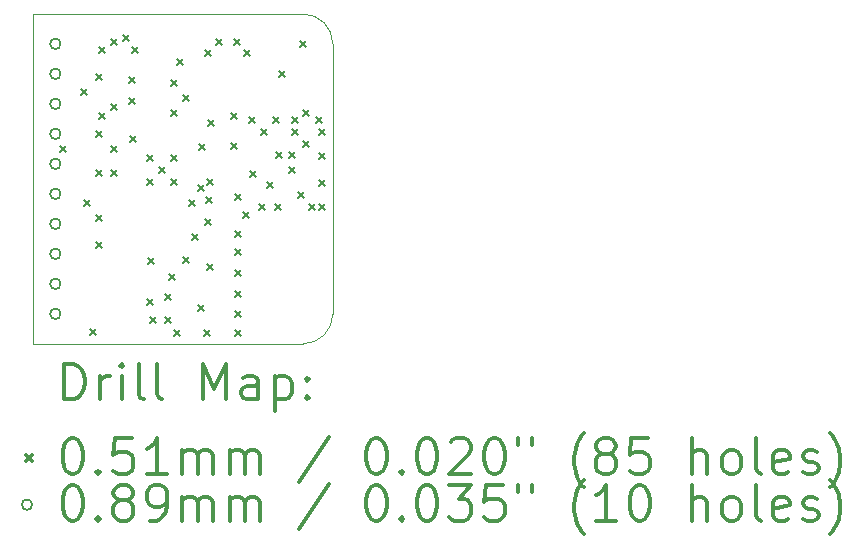
<source format=gbr>
%FSLAX45Y45*%
G04 Gerber Fmt 4.5, Leading zero omitted, Abs format (unit mm)*
G04 Created by KiCad (PCBNEW (2014-08-29 BZR 5106)-product) date Wed 15 Oct 2014 12:32:13 PM PDT*
%MOMM*%
G01*
G04 APERTURE LIST*
%ADD10C,0.127000*%
%ADD11C,0.100000*%
%ADD12C,0.200000*%
%ADD13C,0.300000*%
G04 APERTURE END LIST*
D10*
D11*
X15240000Y-10160000D02*
X15240000Y-12446000D01*
X14986000Y-12700000D02*
G75*
G03X15240000Y-12446000I0J254000D01*
G74*
G01*
X15240000Y-10160000D02*
G75*
G03X14986000Y-9906000I-254000J0D01*
G74*
G01*
X14986000Y-12700000D02*
X12700000Y-12700000D01*
X12700000Y-9906000D02*
X14986000Y-9906000D01*
X12700000Y-12700000D02*
X12700000Y-9906000D01*
D12*
X12928600Y-11023600D02*
X12979400Y-11074400D01*
X12979400Y-11023600D02*
X12928600Y-11074400D01*
X13106400Y-10541000D02*
X13157200Y-10591800D01*
X13157200Y-10541000D02*
X13106400Y-10591800D01*
X13131800Y-11480800D02*
X13182600Y-11531600D01*
X13182600Y-11480800D02*
X13131800Y-11531600D01*
X13182600Y-12573000D02*
X13233400Y-12623800D01*
X13233400Y-12573000D02*
X13182600Y-12623800D01*
X13233400Y-10414000D02*
X13284200Y-10464800D01*
X13284200Y-10414000D02*
X13233400Y-10464800D01*
X13233400Y-10896600D02*
X13284200Y-10947400D01*
X13284200Y-10896600D02*
X13233400Y-10947400D01*
X13233400Y-11226800D02*
X13284200Y-11277600D01*
X13284200Y-11226800D02*
X13233400Y-11277600D01*
X13233400Y-11607800D02*
X13284200Y-11658600D01*
X13284200Y-11607800D02*
X13233400Y-11658600D01*
X13233400Y-11836400D02*
X13284200Y-11887200D01*
X13284200Y-11836400D02*
X13233400Y-11887200D01*
X13258800Y-10185400D02*
X13309600Y-10236200D01*
X13309600Y-10185400D02*
X13258800Y-10236200D01*
X13258800Y-10744200D02*
X13309600Y-10795000D01*
X13309600Y-10744200D02*
X13258800Y-10795000D01*
X13360400Y-10121900D02*
X13411200Y-10172700D01*
X13411200Y-10121900D02*
X13360400Y-10172700D01*
X13360400Y-10668000D02*
X13411200Y-10718800D01*
X13411200Y-10668000D02*
X13360400Y-10718800D01*
X13360400Y-11023600D02*
X13411200Y-11074400D01*
X13411200Y-11023600D02*
X13360400Y-11074400D01*
X13360400Y-11226800D02*
X13411200Y-11277600D01*
X13411200Y-11226800D02*
X13360400Y-11277600D01*
X13462000Y-10083800D02*
X13512800Y-10134600D01*
X13512800Y-10083800D02*
X13462000Y-10134600D01*
X13512800Y-10439400D02*
X13563600Y-10490200D01*
X13563600Y-10439400D02*
X13512800Y-10490200D01*
X13512800Y-10617200D02*
X13563600Y-10668000D01*
X13563600Y-10617200D02*
X13512800Y-10668000D01*
X13521815Y-10938385D02*
X13572615Y-10989185D01*
X13572615Y-10938385D02*
X13521815Y-10989185D01*
X13538200Y-10185400D02*
X13589000Y-10236200D01*
X13589000Y-10185400D02*
X13538200Y-10236200D01*
X13665200Y-11099800D02*
X13716000Y-11150600D01*
X13716000Y-11099800D02*
X13665200Y-11150600D01*
X13665200Y-11303000D02*
X13716000Y-11353800D01*
X13716000Y-11303000D02*
X13665200Y-11353800D01*
X13665200Y-12319000D02*
X13716000Y-12369800D01*
X13716000Y-12319000D02*
X13665200Y-12369800D01*
X13678410Y-11976610D02*
X13729210Y-12027410D01*
X13729210Y-11976610D02*
X13678410Y-12027410D01*
X13690600Y-12471400D02*
X13741400Y-12522200D01*
X13741400Y-12471400D02*
X13690600Y-12522200D01*
X13766800Y-11201400D02*
X13817600Y-11252200D01*
X13817600Y-11201400D02*
X13766800Y-11252200D01*
X13817600Y-12280900D02*
X13868400Y-12331700D01*
X13868400Y-12280900D02*
X13817600Y-12331700D01*
X13817600Y-12471400D02*
X13868400Y-12522200D01*
X13868400Y-12471400D02*
X13817600Y-12522200D01*
X13850811Y-12110911D02*
X13901611Y-12161711D01*
X13901611Y-12110911D02*
X13850811Y-12161711D01*
X13868400Y-10464800D02*
X13919200Y-10515600D01*
X13919200Y-10464800D02*
X13868400Y-10515600D01*
X13868400Y-10718800D02*
X13919200Y-10769600D01*
X13919200Y-10718800D02*
X13868400Y-10769600D01*
X13868400Y-11099800D02*
X13919200Y-11150600D01*
X13919200Y-11099800D02*
X13868400Y-11150600D01*
X13868400Y-11303000D02*
X13919200Y-11353800D01*
X13919200Y-11303000D02*
X13868400Y-11353800D01*
X13893800Y-12585700D02*
X13944600Y-12636500D01*
X13944600Y-12585700D02*
X13893800Y-12636500D01*
X13919200Y-10287000D02*
X13970000Y-10337800D01*
X13970000Y-10287000D02*
X13919200Y-10337800D01*
X13970000Y-10591800D02*
X14020800Y-10642600D01*
X14020800Y-10591800D02*
X13970000Y-10642600D01*
X13970000Y-11963400D02*
X14020800Y-12014200D01*
X14020800Y-11963400D02*
X13970000Y-12014200D01*
X14020800Y-11480800D02*
X14071600Y-11531600D01*
X14071600Y-11480800D02*
X14020800Y-11531600D01*
X14046200Y-11772900D02*
X14097000Y-11823700D01*
X14097000Y-11772900D02*
X14046200Y-11823700D01*
X14097000Y-11353800D02*
X14147800Y-11404600D01*
X14147800Y-11353800D02*
X14097000Y-11404600D01*
X14097000Y-12369800D02*
X14147800Y-12420600D01*
X14147800Y-12369800D02*
X14097000Y-12420600D01*
X14109700Y-11010900D02*
X14160500Y-11061700D01*
X14160500Y-11010900D02*
X14109700Y-11061700D01*
X14147800Y-12585700D02*
X14198600Y-12636500D01*
X14198600Y-12585700D02*
X14147800Y-12636500D01*
X14160500Y-10210800D02*
X14211300Y-10261600D01*
X14211300Y-10210800D02*
X14160500Y-10261600D01*
X14160500Y-11645900D02*
X14211300Y-11696700D01*
X14211300Y-11645900D02*
X14160500Y-11696700D01*
X14168121Y-11455400D02*
X14218921Y-11506200D01*
X14218921Y-11455400D02*
X14168121Y-11506200D01*
X14173200Y-12026900D02*
X14224000Y-12077700D01*
X14224000Y-12026900D02*
X14173200Y-12077700D01*
X14177310Y-11300260D02*
X14228110Y-11351060D01*
X14228110Y-11300260D02*
X14177310Y-11351060D01*
X14185900Y-10807700D02*
X14236700Y-10858500D01*
X14236700Y-10807700D02*
X14185900Y-10858500D01*
X14249400Y-10121900D02*
X14300200Y-10172700D01*
X14300200Y-10121900D02*
X14249400Y-10172700D01*
X14376400Y-10744200D02*
X14427200Y-10795000D01*
X14427200Y-10744200D02*
X14376400Y-10795000D01*
X14376400Y-10998200D02*
X14427200Y-11049000D01*
X14427200Y-10998200D02*
X14376400Y-11049000D01*
X14401800Y-10121900D02*
X14452600Y-10172700D01*
X14452600Y-10121900D02*
X14401800Y-10172700D01*
X14414500Y-11430000D02*
X14465300Y-11480800D01*
X14465300Y-11430000D02*
X14414500Y-11480800D01*
X14414500Y-11747500D02*
X14465300Y-11798300D01*
X14465300Y-11747500D02*
X14414500Y-11798300D01*
X14414500Y-11899900D02*
X14465300Y-11950700D01*
X14465300Y-11899900D02*
X14414500Y-11950700D01*
X14414500Y-12077700D02*
X14465300Y-12128500D01*
X14465300Y-12077700D02*
X14414500Y-12128500D01*
X14414500Y-12255500D02*
X14465300Y-12306300D01*
X14465300Y-12255500D02*
X14414500Y-12306300D01*
X14414500Y-12420600D02*
X14465300Y-12471400D01*
X14465300Y-12420600D02*
X14414500Y-12471400D01*
X14414500Y-12585700D02*
X14465300Y-12636500D01*
X14465300Y-12585700D02*
X14414500Y-12636500D01*
X14478000Y-11582400D02*
X14528800Y-11633200D01*
X14528800Y-11582400D02*
X14478000Y-11633200D01*
X14490700Y-10210800D02*
X14541500Y-10261600D01*
X14541500Y-10210800D02*
X14490700Y-10261600D01*
X14528800Y-10782300D02*
X14579600Y-10833100D01*
X14579600Y-10782300D02*
X14528800Y-10833100D01*
X14541500Y-11239500D02*
X14592300Y-11290300D01*
X14592300Y-11239500D02*
X14541500Y-11290300D01*
X14617700Y-11518900D02*
X14668500Y-11569700D01*
X14668500Y-11518900D02*
X14617700Y-11569700D01*
X14630400Y-10883900D02*
X14681200Y-10934700D01*
X14681200Y-10883900D02*
X14630400Y-10934700D01*
X14681200Y-11328400D02*
X14732000Y-11379200D01*
X14732000Y-11328400D02*
X14681200Y-11379200D01*
X14732000Y-10782300D02*
X14782800Y-10833100D01*
X14782800Y-10782300D02*
X14732000Y-10833100D01*
X14753679Y-11518900D02*
X14804479Y-11569700D01*
X14804479Y-11518900D02*
X14753679Y-11569700D01*
X14757400Y-11074400D02*
X14808200Y-11125200D01*
X14808200Y-11074400D02*
X14757400Y-11125200D01*
X14782800Y-10388600D02*
X14833600Y-10439400D01*
X14833600Y-10388600D02*
X14782800Y-10439400D01*
X14871700Y-11074400D02*
X14922500Y-11125200D01*
X14922500Y-11074400D02*
X14871700Y-11125200D01*
X14871700Y-11201400D02*
X14922500Y-11252200D01*
X14922500Y-11201400D02*
X14871700Y-11252200D01*
X14897100Y-10782300D02*
X14947900Y-10833100D01*
X14947900Y-10782300D02*
X14897100Y-10833100D01*
X14897100Y-10883900D02*
X14947900Y-10934700D01*
X14947900Y-10883900D02*
X14897100Y-10934700D01*
X14947900Y-11417300D02*
X14998700Y-11468100D01*
X14998700Y-11417300D02*
X14947900Y-11468100D01*
X14960600Y-10134600D02*
X15011400Y-10185400D01*
X15011400Y-10134600D02*
X14960600Y-10185400D01*
X14986000Y-10718800D02*
X15036800Y-10769600D01*
X15036800Y-10718800D02*
X14986000Y-10769600D01*
X14986000Y-10985500D02*
X15036800Y-11036300D01*
X15036800Y-10985500D02*
X14986000Y-11036300D01*
X15036800Y-11518900D02*
X15087600Y-11569700D01*
X15087600Y-11518900D02*
X15036800Y-11569700D01*
X15100300Y-10782300D02*
X15151100Y-10833100D01*
X15151100Y-10782300D02*
X15100300Y-10833100D01*
X15125700Y-10883900D02*
X15176500Y-10934700D01*
X15176500Y-10883900D02*
X15125700Y-10934700D01*
X15125700Y-11087100D02*
X15176500Y-11137900D01*
X15176500Y-11087100D02*
X15125700Y-11137900D01*
X15125700Y-11315700D02*
X15176500Y-11366500D01*
X15176500Y-11315700D02*
X15125700Y-11366500D01*
X15125700Y-11518900D02*
X15176500Y-11569700D01*
X15176500Y-11518900D02*
X15125700Y-11569700D01*
X12934950Y-10160000D02*
G75*
G03X12934950Y-10160000I-44450J0D01*
G74*
G01*
X12934950Y-10414000D02*
G75*
G03X12934950Y-10414000I-44450J0D01*
G74*
G01*
X12934950Y-10668000D02*
G75*
G03X12934950Y-10668000I-44450J0D01*
G74*
G01*
X12934950Y-10922000D02*
G75*
G03X12934950Y-10922000I-44450J0D01*
G74*
G01*
X12934950Y-11176000D02*
G75*
G03X12934950Y-11176000I-44450J0D01*
G74*
G01*
X12934950Y-11430000D02*
G75*
G03X12934950Y-11430000I-44450J0D01*
G74*
G01*
X12934950Y-11684000D02*
G75*
G03X12934950Y-11684000I-44450J0D01*
G74*
G01*
X12934950Y-11938000D02*
G75*
G03X12934950Y-11938000I-44450J0D01*
G74*
G01*
X12934950Y-12192000D02*
G75*
G03X12934950Y-12192000I-44450J0D01*
G74*
G01*
X12934950Y-12446000D02*
G75*
G03X12934950Y-12446000I-44450J0D01*
G74*
G01*
D13*
X12966428Y-13170714D02*
X12966428Y-12870714D01*
X13037857Y-12870714D01*
X13080714Y-12885000D01*
X13109286Y-12913571D01*
X13123571Y-12942143D01*
X13137857Y-12999286D01*
X13137857Y-13042143D01*
X13123571Y-13099286D01*
X13109286Y-13127857D01*
X13080714Y-13156429D01*
X13037857Y-13170714D01*
X12966428Y-13170714D01*
X13266428Y-13170714D02*
X13266428Y-12970714D01*
X13266428Y-13027857D02*
X13280714Y-12999286D01*
X13295000Y-12985000D01*
X13323571Y-12970714D01*
X13352143Y-12970714D01*
X13452143Y-13170714D02*
X13452143Y-12970714D01*
X13452143Y-12870714D02*
X13437857Y-12885000D01*
X13452143Y-12899286D01*
X13466428Y-12885000D01*
X13452143Y-12870714D01*
X13452143Y-12899286D01*
X13637857Y-13170714D02*
X13609286Y-13156429D01*
X13595000Y-13127857D01*
X13595000Y-12870714D01*
X13795000Y-13170714D02*
X13766428Y-13156429D01*
X13752143Y-13127857D01*
X13752143Y-12870714D01*
X14137857Y-13170714D02*
X14137857Y-12870714D01*
X14237857Y-13085000D01*
X14337857Y-12870714D01*
X14337857Y-13170714D01*
X14609286Y-13170714D02*
X14609286Y-13013571D01*
X14595000Y-12985000D01*
X14566428Y-12970714D01*
X14509286Y-12970714D01*
X14480714Y-12985000D01*
X14609286Y-13156429D02*
X14580714Y-13170714D01*
X14509286Y-13170714D01*
X14480714Y-13156429D01*
X14466428Y-13127857D01*
X14466428Y-13099286D01*
X14480714Y-13070714D01*
X14509286Y-13056429D01*
X14580714Y-13056429D01*
X14609286Y-13042143D01*
X14752143Y-12970714D02*
X14752143Y-13270714D01*
X14752143Y-12985000D02*
X14780714Y-12970714D01*
X14837857Y-12970714D01*
X14866428Y-12985000D01*
X14880714Y-12999286D01*
X14895000Y-13027857D01*
X14895000Y-13113571D01*
X14880714Y-13142143D01*
X14866428Y-13156429D01*
X14837857Y-13170714D01*
X14780714Y-13170714D01*
X14752143Y-13156429D01*
X15023571Y-13142143D02*
X15037857Y-13156429D01*
X15023571Y-13170714D01*
X15009286Y-13156429D01*
X15023571Y-13142143D01*
X15023571Y-13170714D01*
X15023571Y-12985000D02*
X15037857Y-12999286D01*
X15023571Y-13013571D01*
X15009286Y-12999286D01*
X15023571Y-12985000D01*
X15023571Y-13013571D01*
X12644200Y-13639600D02*
X12695000Y-13690400D01*
X12695000Y-13639600D02*
X12644200Y-13690400D01*
X13023571Y-13500714D02*
X13052143Y-13500714D01*
X13080714Y-13515000D01*
X13095000Y-13529286D01*
X13109286Y-13557857D01*
X13123571Y-13615000D01*
X13123571Y-13686429D01*
X13109286Y-13743571D01*
X13095000Y-13772143D01*
X13080714Y-13786429D01*
X13052143Y-13800714D01*
X13023571Y-13800714D01*
X12995000Y-13786429D01*
X12980714Y-13772143D01*
X12966428Y-13743571D01*
X12952143Y-13686429D01*
X12952143Y-13615000D01*
X12966428Y-13557857D01*
X12980714Y-13529286D01*
X12995000Y-13515000D01*
X13023571Y-13500714D01*
X13252143Y-13772143D02*
X13266428Y-13786429D01*
X13252143Y-13800714D01*
X13237857Y-13786429D01*
X13252143Y-13772143D01*
X13252143Y-13800714D01*
X13537857Y-13500714D02*
X13395000Y-13500714D01*
X13380714Y-13643571D01*
X13395000Y-13629286D01*
X13423571Y-13615000D01*
X13495000Y-13615000D01*
X13523571Y-13629286D01*
X13537857Y-13643571D01*
X13552143Y-13672143D01*
X13552143Y-13743571D01*
X13537857Y-13772143D01*
X13523571Y-13786429D01*
X13495000Y-13800714D01*
X13423571Y-13800714D01*
X13395000Y-13786429D01*
X13380714Y-13772143D01*
X13837857Y-13800714D02*
X13666428Y-13800714D01*
X13752143Y-13800714D02*
X13752143Y-13500714D01*
X13723571Y-13543571D01*
X13695000Y-13572143D01*
X13666428Y-13586429D01*
X13966428Y-13800714D02*
X13966428Y-13600714D01*
X13966428Y-13629286D02*
X13980714Y-13615000D01*
X14009286Y-13600714D01*
X14052143Y-13600714D01*
X14080714Y-13615000D01*
X14095000Y-13643571D01*
X14095000Y-13800714D01*
X14095000Y-13643571D02*
X14109286Y-13615000D01*
X14137857Y-13600714D01*
X14180714Y-13600714D01*
X14209286Y-13615000D01*
X14223571Y-13643571D01*
X14223571Y-13800714D01*
X14366428Y-13800714D02*
X14366428Y-13600714D01*
X14366428Y-13629286D02*
X14380714Y-13615000D01*
X14409286Y-13600714D01*
X14452143Y-13600714D01*
X14480714Y-13615000D01*
X14495000Y-13643571D01*
X14495000Y-13800714D01*
X14495000Y-13643571D02*
X14509286Y-13615000D01*
X14537857Y-13600714D01*
X14580714Y-13600714D01*
X14609286Y-13615000D01*
X14623571Y-13643571D01*
X14623571Y-13800714D01*
X15209286Y-13486429D02*
X14952143Y-13872143D01*
X15595000Y-13500714D02*
X15623571Y-13500714D01*
X15652143Y-13515000D01*
X15666428Y-13529286D01*
X15680714Y-13557857D01*
X15695000Y-13615000D01*
X15695000Y-13686429D01*
X15680714Y-13743571D01*
X15666428Y-13772143D01*
X15652143Y-13786429D01*
X15623571Y-13800714D01*
X15595000Y-13800714D01*
X15566428Y-13786429D01*
X15552143Y-13772143D01*
X15537857Y-13743571D01*
X15523571Y-13686429D01*
X15523571Y-13615000D01*
X15537857Y-13557857D01*
X15552143Y-13529286D01*
X15566428Y-13515000D01*
X15595000Y-13500714D01*
X15823571Y-13772143D02*
X15837857Y-13786429D01*
X15823571Y-13800714D01*
X15809286Y-13786429D01*
X15823571Y-13772143D01*
X15823571Y-13800714D01*
X16023571Y-13500714D02*
X16052143Y-13500714D01*
X16080714Y-13515000D01*
X16095000Y-13529286D01*
X16109285Y-13557857D01*
X16123571Y-13615000D01*
X16123571Y-13686429D01*
X16109285Y-13743571D01*
X16095000Y-13772143D01*
X16080714Y-13786429D01*
X16052143Y-13800714D01*
X16023571Y-13800714D01*
X15995000Y-13786429D01*
X15980714Y-13772143D01*
X15966428Y-13743571D01*
X15952143Y-13686429D01*
X15952143Y-13615000D01*
X15966428Y-13557857D01*
X15980714Y-13529286D01*
X15995000Y-13515000D01*
X16023571Y-13500714D01*
X16237857Y-13529286D02*
X16252143Y-13515000D01*
X16280714Y-13500714D01*
X16352143Y-13500714D01*
X16380714Y-13515000D01*
X16395000Y-13529286D01*
X16409285Y-13557857D01*
X16409285Y-13586429D01*
X16395000Y-13629286D01*
X16223571Y-13800714D01*
X16409285Y-13800714D01*
X16595000Y-13500714D02*
X16623571Y-13500714D01*
X16652143Y-13515000D01*
X16666428Y-13529286D01*
X16680714Y-13557857D01*
X16695000Y-13615000D01*
X16695000Y-13686429D01*
X16680714Y-13743571D01*
X16666428Y-13772143D01*
X16652143Y-13786429D01*
X16623571Y-13800714D01*
X16595000Y-13800714D01*
X16566428Y-13786429D01*
X16552143Y-13772143D01*
X16537857Y-13743571D01*
X16523571Y-13686429D01*
X16523571Y-13615000D01*
X16537857Y-13557857D01*
X16552143Y-13529286D01*
X16566428Y-13515000D01*
X16595000Y-13500714D01*
X16809286Y-13500714D02*
X16809286Y-13557857D01*
X16923571Y-13500714D02*
X16923571Y-13557857D01*
X17366428Y-13915000D02*
X17352143Y-13900714D01*
X17323571Y-13857857D01*
X17309286Y-13829286D01*
X17295000Y-13786429D01*
X17280714Y-13715000D01*
X17280714Y-13657857D01*
X17295000Y-13586429D01*
X17309286Y-13543571D01*
X17323571Y-13515000D01*
X17352143Y-13472143D01*
X17366428Y-13457857D01*
X17523571Y-13629286D02*
X17495000Y-13615000D01*
X17480714Y-13600714D01*
X17466428Y-13572143D01*
X17466428Y-13557857D01*
X17480714Y-13529286D01*
X17495000Y-13515000D01*
X17523571Y-13500714D01*
X17580714Y-13500714D01*
X17609286Y-13515000D01*
X17623571Y-13529286D01*
X17637857Y-13557857D01*
X17637857Y-13572143D01*
X17623571Y-13600714D01*
X17609286Y-13615000D01*
X17580714Y-13629286D01*
X17523571Y-13629286D01*
X17495000Y-13643571D01*
X17480714Y-13657857D01*
X17466428Y-13686429D01*
X17466428Y-13743571D01*
X17480714Y-13772143D01*
X17495000Y-13786429D01*
X17523571Y-13800714D01*
X17580714Y-13800714D01*
X17609286Y-13786429D01*
X17623571Y-13772143D01*
X17637857Y-13743571D01*
X17637857Y-13686429D01*
X17623571Y-13657857D01*
X17609286Y-13643571D01*
X17580714Y-13629286D01*
X17909286Y-13500714D02*
X17766428Y-13500714D01*
X17752143Y-13643571D01*
X17766428Y-13629286D01*
X17795000Y-13615000D01*
X17866428Y-13615000D01*
X17895000Y-13629286D01*
X17909286Y-13643571D01*
X17923571Y-13672143D01*
X17923571Y-13743571D01*
X17909286Y-13772143D01*
X17895000Y-13786429D01*
X17866428Y-13800714D01*
X17795000Y-13800714D01*
X17766428Y-13786429D01*
X17752143Y-13772143D01*
X18280714Y-13800714D02*
X18280714Y-13500714D01*
X18409286Y-13800714D02*
X18409286Y-13643571D01*
X18395000Y-13615000D01*
X18366428Y-13600714D01*
X18323571Y-13600714D01*
X18295000Y-13615000D01*
X18280714Y-13629286D01*
X18595000Y-13800714D02*
X18566428Y-13786429D01*
X18552143Y-13772143D01*
X18537857Y-13743571D01*
X18537857Y-13657857D01*
X18552143Y-13629286D01*
X18566428Y-13615000D01*
X18595000Y-13600714D01*
X18637857Y-13600714D01*
X18666428Y-13615000D01*
X18680714Y-13629286D01*
X18695000Y-13657857D01*
X18695000Y-13743571D01*
X18680714Y-13772143D01*
X18666428Y-13786429D01*
X18637857Y-13800714D01*
X18595000Y-13800714D01*
X18866428Y-13800714D02*
X18837857Y-13786429D01*
X18823571Y-13757857D01*
X18823571Y-13500714D01*
X19095000Y-13786429D02*
X19066429Y-13800714D01*
X19009286Y-13800714D01*
X18980714Y-13786429D01*
X18966429Y-13757857D01*
X18966429Y-13643571D01*
X18980714Y-13615000D01*
X19009286Y-13600714D01*
X19066429Y-13600714D01*
X19095000Y-13615000D01*
X19109286Y-13643571D01*
X19109286Y-13672143D01*
X18966429Y-13700714D01*
X19223571Y-13786429D02*
X19252143Y-13800714D01*
X19309286Y-13800714D01*
X19337857Y-13786429D01*
X19352143Y-13757857D01*
X19352143Y-13743571D01*
X19337857Y-13715000D01*
X19309286Y-13700714D01*
X19266429Y-13700714D01*
X19237857Y-13686429D01*
X19223571Y-13657857D01*
X19223571Y-13643571D01*
X19237857Y-13615000D01*
X19266429Y-13600714D01*
X19309286Y-13600714D01*
X19337857Y-13615000D01*
X19452143Y-13915000D02*
X19466429Y-13900714D01*
X19495000Y-13857857D01*
X19509286Y-13829286D01*
X19523571Y-13786429D01*
X19537857Y-13715000D01*
X19537857Y-13657857D01*
X19523571Y-13586429D01*
X19509286Y-13543571D01*
X19495000Y-13515000D01*
X19466429Y-13472143D01*
X19452143Y-13457857D01*
D12*
X12695000Y-14061000D02*
G75*
G03X12695000Y-14061000I-44450J0D01*
G74*
G01*
D13*
X13023571Y-13896714D02*
X13052143Y-13896714D01*
X13080714Y-13911000D01*
X13095000Y-13925286D01*
X13109286Y-13953857D01*
X13123571Y-14011000D01*
X13123571Y-14082429D01*
X13109286Y-14139571D01*
X13095000Y-14168143D01*
X13080714Y-14182429D01*
X13052143Y-14196714D01*
X13023571Y-14196714D01*
X12995000Y-14182429D01*
X12980714Y-14168143D01*
X12966428Y-14139571D01*
X12952143Y-14082429D01*
X12952143Y-14011000D01*
X12966428Y-13953857D01*
X12980714Y-13925286D01*
X12995000Y-13911000D01*
X13023571Y-13896714D01*
X13252143Y-14168143D02*
X13266428Y-14182429D01*
X13252143Y-14196714D01*
X13237857Y-14182429D01*
X13252143Y-14168143D01*
X13252143Y-14196714D01*
X13437857Y-14025286D02*
X13409286Y-14011000D01*
X13395000Y-13996714D01*
X13380714Y-13968143D01*
X13380714Y-13953857D01*
X13395000Y-13925286D01*
X13409286Y-13911000D01*
X13437857Y-13896714D01*
X13495000Y-13896714D01*
X13523571Y-13911000D01*
X13537857Y-13925286D01*
X13552143Y-13953857D01*
X13552143Y-13968143D01*
X13537857Y-13996714D01*
X13523571Y-14011000D01*
X13495000Y-14025286D01*
X13437857Y-14025286D01*
X13409286Y-14039571D01*
X13395000Y-14053857D01*
X13380714Y-14082429D01*
X13380714Y-14139571D01*
X13395000Y-14168143D01*
X13409286Y-14182429D01*
X13437857Y-14196714D01*
X13495000Y-14196714D01*
X13523571Y-14182429D01*
X13537857Y-14168143D01*
X13552143Y-14139571D01*
X13552143Y-14082429D01*
X13537857Y-14053857D01*
X13523571Y-14039571D01*
X13495000Y-14025286D01*
X13695000Y-14196714D02*
X13752143Y-14196714D01*
X13780714Y-14182429D01*
X13795000Y-14168143D01*
X13823571Y-14125286D01*
X13837857Y-14068143D01*
X13837857Y-13953857D01*
X13823571Y-13925286D01*
X13809286Y-13911000D01*
X13780714Y-13896714D01*
X13723571Y-13896714D01*
X13695000Y-13911000D01*
X13680714Y-13925286D01*
X13666428Y-13953857D01*
X13666428Y-14025286D01*
X13680714Y-14053857D01*
X13695000Y-14068143D01*
X13723571Y-14082429D01*
X13780714Y-14082429D01*
X13809286Y-14068143D01*
X13823571Y-14053857D01*
X13837857Y-14025286D01*
X13966428Y-14196714D02*
X13966428Y-13996714D01*
X13966428Y-14025286D02*
X13980714Y-14011000D01*
X14009286Y-13996714D01*
X14052143Y-13996714D01*
X14080714Y-14011000D01*
X14095000Y-14039571D01*
X14095000Y-14196714D01*
X14095000Y-14039571D02*
X14109286Y-14011000D01*
X14137857Y-13996714D01*
X14180714Y-13996714D01*
X14209286Y-14011000D01*
X14223571Y-14039571D01*
X14223571Y-14196714D01*
X14366428Y-14196714D02*
X14366428Y-13996714D01*
X14366428Y-14025286D02*
X14380714Y-14011000D01*
X14409286Y-13996714D01*
X14452143Y-13996714D01*
X14480714Y-14011000D01*
X14495000Y-14039571D01*
X14495000Y-14196714D01*
X14495000Y-14039571D02*
X14509286Y-14011000D01*
X14537857Y-13996714D01*
X14580714Y-13996714D01*
X14609286Y-14011000D01*
X14623571Y-14039571D01*
X14623571Y-14196714D01*
X15209286Y-13882429D02*
X14952143Y-14268143D01*
X15595000Y-13896714D02*
X15623571Y-13896714D01*
X15652143Y-13911000D01*
X15666428Y-13925286D01*
X15680714Y-13953857D01*
X15695000Y-14011000D01*
X15695000Y-14082429D01*
X15680714Y-14139571D01*
X15666428Y-14168143D01*
X15652143Y-14182429D01*
X15623571Y-14196714D01*
X15595000Y-14196714D01*
X15566428Y-14182429D01*
X15552143Y-14168143D01*
X15537857Y-14139571D01*
X15523571Y-14082429D01*
X15523571Y-14011000D01*
X15537857Y-13953857D01*
X15552143Y-13925286D01*
X15566428Y-13911000D01*
X15595000Y-13896714D01*
X15823571Y-14168143D02*
X15837857Y-14182429D01*
X15823571Y-14196714D01*
X15809286Y-14182429D01*
X15823571Y-14168143D01*
X15823571Y-14196714D01*
X16023571Y-13896714D02*
X16052143Y-13896714D01*
X16080714Y-13911000D01*
X16095000Y-13925286D01*
X16109285Y-13953857D01*
X16123571Y-14011000D01*
X16123571Y-14082429D01*
X16109285Y-14139571D01*
X16095000Y-14168143D01*
X16080714Y-14182429D01*
X16052143Y-14196714D01*
X16023571Y-14196714D01*
X15995000Y-14182429D01*
X15980714Y-14168143D01*
X15966428Y-14139571D01*
X15952143Y-14082429D01*
X15952143Y-14011000D01*
X15966428Y-13953857D01*
X15980714Y-13925286D01*
X15995000Y-13911000D01*
X16023571Y-13896714D01*
X16223571Y-13896714D02*
X16409285Y-13896714D01*
X16309285Y-14011000D01*
X16352143Y-14011000D01*
X16380714Y-14025286D01*
X16395000Y-14039571D01*
X16409285Y-14068143D01*
X16409285Y-14139571D01*
X16395000Y-14168143D01*
X16380714Y-14182429D01*
X16352143Y-14196714D01*
X16266428Y-14196714D01*
X16237857Y-14182429D01*
X16223571Y-14168143D01*
X16680714Y-13896714D02*
X16537857Y-13896714D01*
X16523571Y-14039571D01*
X16537857Y-14025286D01*
X16566428Y-14011000D01*
X16637857Y-14011000D01*
X16666428Y-14025286D01*
X16680714Y-14039571D01*
X16695000Y-14068143D01*
X16695000Y-14139571D01*
X16680714Y-14168143D01*
X16666428Y-14182429D01*
X16637857Y-14196714D01*
X16566428Y-14196714D01*
X16537857Y-14182429D01*
X16523571Y-14168143D01*
X16809286Y-13896714D02*
X16809286Y-13953857D01*
X16923571Y-13896714D02*
X16923571Y-13953857D01*
X17366428Y-14311000D02*
X17352143Y-14296714D01*
X17323571Y-14253857D01*
X17309286Y-14225286D01*
X17295000Y-14182429D01*
X17280714Y-14111000D01*
X17280714Y-14053857D01*
X17295000Y-13982429D01*
X17309286Y-13939571D01*
X17323571Y-13911000D01*
X17352143Y-13868143D01*
X17366428Y-13853857D01*
X17637857Y-14196714D02*
X17466428Y-14196714D01*
X17552143Y-14196714D02*
X17552143Y-13896714D01*
X17523571Y-13939571D01*
X17495000Y-13968143D01*
X17466428Y-13982429D01*
X17823571Y-13896714D02*
X17852143Y-13896714D01*
X17880714Y-13911000D01*
X17895000Y-13925286D01*
X17909286Y-13953857D01*
X17923571Y-14011000D01*
X17923571Y-14082429D01*
X17909286Y-14139571D01*
X17895000Y-14168143D01*
X17880714Y-14182429D01*
X17852143Y-14196714D01*
X17823571Y-14196714D01*
X17795000Y-14182429D01*
X17780714Y-14168143D01*
X17766428Y-14139571D01*
X17752143Y-14082429D01*
X17752143Y-14011000D01*
X17766428Y-13953857D01*
X17780714Y-13925286D01*
X17795000Y-13911000D01*
X17823571Y-13896714D01*
X18280714Y-14196714D02*
X18280714Y-13896714D01*
X18409286Y-14196714D02*
X18409286Y-14039571D01*
X18395000Y-14011000D01*
X18366428Y-13996714D01*
X18323571Y-13996714D01*
X18295000Y-14011000D01*
X18280714Y-14025286D01*
X18595000Y-14196714D02*
X18566428Y-14182429D01*
X18552143Y-14168143D01*
X18537857Y-14139571D01*
X18537857Y-14053857D01*
X18552143Y-14025286D01*
X18566428Y-14011000D01*
X18595000Y-13996714D01*
X18637857Y-13996714D01*
X18666428Y-14011000D01*
X18680714Y-14025286D01*
X18695000Y-14053857D01*
X18695000Y-14139571D01*
X18680714Y-14168143D01*
X18666428Y-14182429D01*
X18637857Y-14196714D01*
X18595000Y-14196714D01*
X18866428Y-14196714D02*
X18837857Y-14182429D01*
X18823571Y-14153857D01*
X18823571Y-13896714D01*
X19095000Y-14182429D02*
X19066429Y-14196714D01*
X19009286Y-14196714D01*
X18980714Y-14182429D01*
X18966429Y-14153857D01*
X18966429Y-14039571D01*
X18980714Y-14011000D01*
X19009286Y-13996714D01*
X19066429Y-13996714D01*
X19095000Y-14011000D01*
X19109286Y-14039571D01*
X19109286Y-14068143D01*
X18966429Y-14096714D01*
X19223571Y-14182429D02*
X19252143Y-14196714D01*
X19309286Y-14196714D01*
X19337857Y-14182429D01*
X19352143Y-14153857D01*
X19352143Y-14139571D01*
X19337857Y-14111000D01*
X19309286Y-14096714D01*
X19266429Y-14096714D01*
X19237857Y-14082429D01*
X19223571Y-14053857D01*
X19223571Y-14039571D01*
X19237857Y-14011000D01*
X19266429Y-13996714D01*
X19309286Y-13996714D01*
X19337857Y-14011000D01*
X19452143Y-14311000D02*
X19466429Y-14296714D01*
X19495000Y-14253857D01*
X19509286Y-14225286D01*
X19523571Y-14182429D01*
X19537857Y-14111000D01*
X19537857Y-14053857D01*
X19523571Y-13982429D01*
X19509286Y-13939571D01*
X19495000Y-13911000D01*
X19466429Y-13868143D01*
X19452143Y-13853857D01*
M02*

</source>
